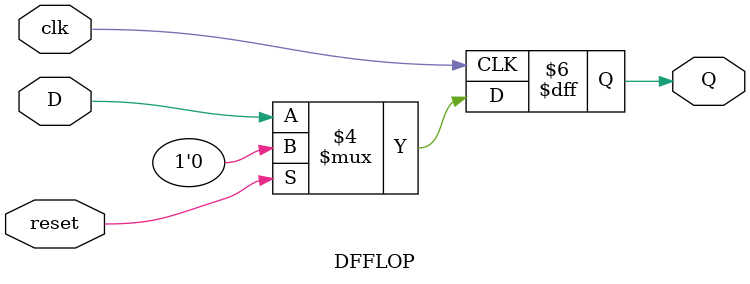
<source format=v>
`timescale 1ns / 1ps

// positive edge triggered D flipflop 
// using synchronous reset 
module DFFLOP(input D,input clk,input reset,output reg Q);
always @ (posedge clk)
  begin 
  if (reset == 1'b0)
    Q <= D;
  else 
    Q <= 1'b0;
  end

endmodule

</source>
